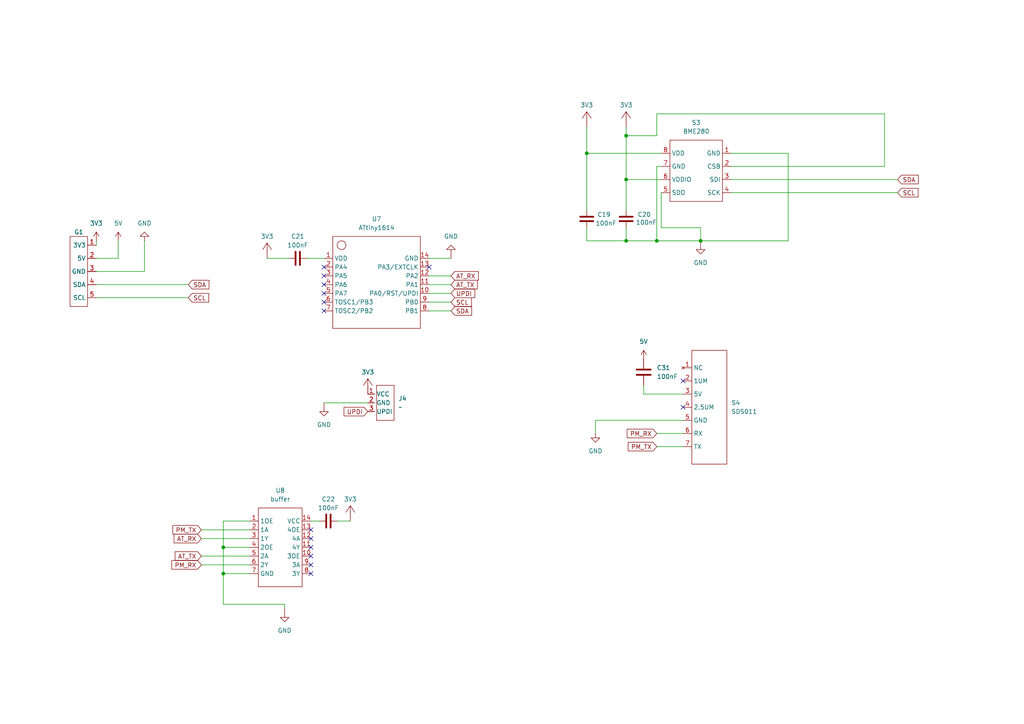
<source format=kicad_sch>
(kicad_sch (version 20250114) (generator "eeschema") (generator_version "9.0")
  (paper "A4")
  (lib_symbols
    (symbol "Device:C" (pin_numbers (hide yes)) (pin_names (offset 0.254))
      (property "Reference" "C" (at 0.635 2.54 0))
      (property "Value" "C" (at 0.635 -2.54 0))
      (symbol "C_0_1"
        (polyline (pts (xy -2.032 0.762) (xy 2.032 0.762)) (stroke (width 0.508)))
        (polyline (pts (xy -2.032 -0.762) (xy 2.032 -0.762)) (stroke (width 0.508)))
      )
      (symbol "C_1_1"
        (pin passive line (at 0 3.81 270) (length 2.794) (name "~") (number "1"))
        (pin passive line (at 0 -3.81 90) (length 2.794) (name "~") (number "2"))
      )
    )
    (symbol "air_sens_lib:ATtiny1614"
      (property "Reference" "U" (at 0 0 0))
      (symbol "ATtiny1614_0_1"
        (rectangle (start -13.97 31.75) (end 11.43 5.08))
        (circle (center -11.43 29.21) (radius 1.27))
      )
      (symbol "ATtiny1614_1_1"
        (pin power_in line (at -16.51 25.4 0) (length 2.54) (name "VDD") (number "1"))
        (pin bidirectional line (at -16.51 22.86 0) (length 2.54) (name "PA4") (number "2"))
        (pin bidirectional line (at -16.51 20.32 0) (length 2.54) (name "PA5") (number "3"))
        (pin bidirectional line (at -16.51 17.78 0) (length 2.54) (name "PA6") (number "4"))
        (pin bidirectional line (at -16.51 15.24 0) (length 2.54) (name "PA7") (number "5"))
        (pin bidirectional line (at -16.51 12.7 0) (length 2.54) (name "TOSC1/PB3") (number "6"))
        (pin bidirectional line (at -16.51 10.16 0) (length 2.54) (name "TOSC2/PB2") (number "7"))
        (pin power_in line (at 13.97 25.4 180) (length 2.54) (name "GND") (number "14"))
        (pin bidirectional line (at 13.97 22.86 180) (length 2.54) (name "PA3/EXTCLK") (number "13"))
        (pin bidirectional line (at 13.97 20.32 180) (length 2.54) (name "PA2") (number "12"))
        (pin bidirectional line (at 13.97 17.78 180) (length 2.54) (name "PA1") (number "11"))
        (pin bidirectional line (at 13.97 15.24 180) (length 2.54) (name "PA0/RST/UPDI") (number "10"))
        (pin bidirectional line (at 13.97 12.7 180) (length 2.54) (name "PB0") (number "9"))
        (pin bidirectional line (at 13.97 10.16 180) (length 2.54) (name "PB1") (number "8"))
      )
    )
    (symbol "air_sens_lib:ATtiny1614_programming_header"
      (property "Reference" "J" (at 0 0 0))
      (symbol "ATtiny1614_programming_header_0_1"
        (rectangle (start 0 16.51) (end 5.08 6.35))
      )
      (symbol "ATtiny1614_programming_header_1_1"
        (pin power_in line (at -2.54 13.97 0) (length 2) (name "VCC") (number "1"))
        (pin power_in line (at -2.54 11.43 0) (length 2) (name "GND") (number "2"))
        (pin bidirectional line (at -2.54 8.89 0) (length 2) (name "UPDI") (number "3"))
      )
    )
    (symbol "air_sens_lib:BME280"
      (property "Reference" "S" (at 0 0 0))
      (symbol "BME280_0_1"
        (rectangle (start -7.62 20.32) (end 7.62 2.54))
      )
      (symbol "BME280_1_1"
        (pin power_in line (at -10.16 16.51 0) (length 2.54) (name "VDD") (number "8"))
        (pin power_in line (at -10.16 12.7 0) (length 2.54) (name "GND") (number "7"))
        (pin power_in line (at -10.16 8.89 0) (length 2.54) (name "VDDIO") (number "6"))
        (pin bidirectional line (at -10.16 5.08 0) (length 2.54) (name "SDO") (number "5"))
        (pin power_in line (at 10.16 16.51 180) (length 2.54) (name "GND") (number "1"))
        (pin input line (at 10.16 12.7 180) (length 2.54) (name "CSB") (number "2"))
        (pin bidirectional line (at 10.16 8.89 180) (length 2.54) (name "SDI") (number "3"))
        (pin input line (at 10.16 5.08 180) (length 2.54) (name "SCK") (number "4"))
      )
    )
    (symbol "air_sens_lib:SDS011"
      (property "Reference" "S" (at 0 0 0))
      (symbol "SDS011_0_1"
        (rectangle (start -10.16 13.97) (end 22.86 24.13))
      )
      (symbol "SDS011_1_1"
        (pin no_connect line (at -5.08 11.43 90) (length 2.54) (name "NC") (number "1"))
        (pin output line (at -1.27 11.43 90) (length 2.54) (name "1UM") (number "2"))
        (pin power_in line (at 2.54 11.43 90) (length 2.54) (name "5V") (number "3"))
        (pin output line (at 6.35 11.43 90) (length 2.54) (name "2.5UM") (number "4"))
        (pin power_in line (at 10.16 11.43 90) (length 2.54) (name "GND") (number "5"))
        (pin input line (at 13.97 11.43 90) (length 2.54) (name "RX") (number "6"))
        (pin output line (at 17.78 11.43 90) (length 2.54) (name "TX") (number "7"))
      )
    )
    (symbol "air_sens_lib:SN74LVC125"
      (property "Reference" "U" (at 2.286 0 0))
      (symbol "SN74LVC125_0_1"
        (rectangle (start -3.81 25.4) (end 8.89 2.54))
      )
      (symbol "SN74LVC125_1_1"
        (pin input line (at -6.35 21.59 0) (length 2.54) (name "1OE") (number "1"))
        (pin input line (at -6.35 19.05 0) (length 2.54) (name "1A") (number "2"))
        (pin output line (at -6.35 16.51 0) (length 2.54) (name "1Y") (number "3"))
        (pin input line (at -6.35 13.97 0) (length 2.54) (name "2OE") (number "4"))
        (pin input line (at -6.35 11.43 0) (length 2.54) (name "2A") (number "5"))
        (pin output line (at -6.35 8.89 0) (length 2.54) (name "2Y") (number "6"))
        (pin power_in line (at -6.35 6.35 0) (length 2.54) (name "GND") (number "7"))
        (pin power_in line (at 11.43 21.59 180) (length 2.54) (name "VCC") (number "14"))
        (pin input line (at 11.43 19.05 180) (length 2.54) (name "4OE") (number "13"))
        (pin input line (at 11.43 16.51 180) (length 2.54) (name "4A") (number "12"))
        (pin output line (at 11.43 13.97 180) (length 2.54) (name "4Y") (number "11"))
        (pin input line (at 11.43 11.43 180) (length 2.54) (name "3OE") (number "10"))
        (pin input line (at 11.43 8.89 180) (length 2.54) (name "3A") (number "9"))
        (pin output line (at 11.43 6.35 180) (length 2.54) (name "3Y") (number "8"))
      )
    )
    (symbol "air_sens_lib:module_gpio"
      (property "Reference" "G" (at 5.842 3.048 0))
      (symbol "module_gpio_0_1"
        (rectangle (start 7.62 26.67) (end 2.54 6.35))
      )
      (symbol "module_gpio_1_1"
        (pin power_in line (at 10.16 24.13 180) (length 2.54) (name "3V3") (number "1"))
        (pin power_in line (at 10.16 20.32 180) (length 2.54) (name "5V") (number "2"))
        (pin power_in line (at 10.16 16.51 180) (length 2.54) (name "GND") (number "3"))
        (pin bidirectional line (at 10.16 12.7 180) (length 2.54) (name "SDA") (number "4"))
        (pin bidirectional line (at 10.16 8.89 180) (length 2.54) (name "SCL") (number "5"))
      )
    )
    (symbol "common:Capacitor" (pin_numbers (hide yes))
      (property "Reference" "C" (at 0 3.5 0))
      (property "Value" "F" (at 0 -4 0))
      (symbol "Capacitor_1_1"
        (polyline (pts (xy -0.635 1.905) (xy -0.635 -1.905)) (stroke (width 0.5)))
        (polyline (pts (xy 0.635 1.905) (xy 0.635 -1.905)) (stroke (width 0.5)))
        (pin passive line (at -2.54 0 0) (length 1.9) (name "~") (number "1"))
        (pin passive line (at 2.54 0 180) (length 1.9) (name "~") (number "2"))
      )
    )
    (symbol "power:+3.3V" (power) (pin_numbers (hide yes)) (pin_names (offset 0) (hide yes))
      (property "Value" "+3.3V" (at 0 3.556 0))
      (symbol "+3.3V_0_1"
        (polyline (pts (xy -0.762 1.27) (xy 0 2.54)))
        (polyline (pts (xy 0 2.54) (xy 0.762 1.27)))
        (polyline (pts (xy 0 0) (xy 0 2.54)))
      )
      (symbol "+3.3V_1_1"
        (pin power_in line (at 0 0 90) (length 0) (name "~") (number "1"))
      )
    )
    (symbol "power:+5V" (power) (pin_numbers (hide yes)) (pin_names (offset 0) (hide yes))
      (property "Value" "+5V" (at 0 3.556 0))
      (symbol "+5V_0_1"
        (polyline (pts (xy -0.762 1.27) (xy 0 2.54)))
        (polyline (pts (xy 0 2.54) (xy 0.762 1.27)))
        (polyline (pts (xy 0 0) (xy 0 2.54)))
      )
      (symbol "+5V_1_1"
        (pin power_in line (at 0 0 90) (length 0) (name "~") (number "1"))
      )
    )
    (symbol "power:GND" (power) (pin_numbers (hide yes)) (pin_names (offset 0) (hide yes))
      (property "Value" "GND" (at 0 -3.81 0))
      (symbol "GND_0_1"
        (polyline (pts (xy 0 0) (xy 0 -1.27) (xy 1.27 -1.27) (xy 0 -2.54) (xy -1.27 -1.27) (xy 0 -1.27)))
      )
      (symbol "GND_1_1"
        (pin power_in line (at 0 0 270) (length 0) (name "~") (number "1"))
      )
    )
    (symbol "pwr:GND" (power) (pin_numbers (hide yes)) (in_bom no) (on_board no)
      (property "Value" "GND" (at 0 -2.5 0))
      (symbol "GND_0_1"
        (polyline (pts (xy 0 0) (xy 1.27 0) (xy 0 -1.27) (xy -1.27 0) (xy 0 0)))
      )
      (symbol "GND_1_1"
        (pin power_in line (at 0 2.54 270) (length 2.54) (name "~") (number "1"))
      )
    )
    (symbol "pwr:VCC" (power) (pin_numbers (hide yes)) (in_bom no) (on_board no)
      (property "Value" "VCC" (at 0 3 0))
      (symbol "VCC_0_1"
        (polyline (pts (xy 0 1.905) (xy -1.27 0)))
        (polyline (pts (xy 0 1.905) (xy 1.27 0)))
        (polyline (pts (xy 0 0) (xy 0 1.905)))
      )
      (symbol "VCC_1_1"
        (pin power_in line (at 0 -2.54 90) (length 2.54) (name "~") (number "1"))
      )
    )
  )
  (junction (at 64.77 166.37))
  (junction (at 170.18 44.45))
  (junction (at 181.61 52.07))
  (junction (at 64.77 158.75))
  (junction (at 181.61 69.85))
  (junction (at 181.61 39.37))
  (junction (at 190.5 69.85))
  (junction (at 203.2 69.85))
  (no_connect (at 198.12 118.11))
  (no_connect (at 198.12 110.49))
  (no_connect (at 90.17 166.37))
  (no_connect (at 90.17 161.29))
  (no_connect (at 93.98 80.01))
  (no_connect (at 93.98 82.55))
  (no_connect (at 90.17 163.83))
  (no_connect (at 93.98 87.63))
  (no_connect (at 93.98 90.17))
  (no_connect (at 90.17 153.67))
  (no_connect (at 93.98 85.09))
  (no_connect (at 124.46 77.47))
  (no_connect (at 93.98 77.47))
  (no_connect (at 90.17 156.21))
  (no_connect (at 90.17 158.75))
  (wire (pts (xy 228.6 44.45) (xy 228.6 69.85)))
  (wire (pts (xy 191.77 44.45) (xy 170.18 44.45)))
  (wire (pts (xy 191.77 48.26) (xy 190.5 48.26)))
  (wire (pts (xy 27.94 74.93) (xy 34.29 74.93)))
  (wire (pts (xy 190.5 69.85) (xy 203.2 69.85)))
  (wire (pts (xy 212.09 48.26) (xy 256.54 48.26)))
  (wire (pts (xy 181.61 52.07) (xy 181.61 60.96)))
  (wire (pts (xy 256.54 33.02) (xy 190.5 33.02)))
  (wire (pts (xy 64.77 175.26) (xy 82.55 175.26)))
  (wire (pts (xy 181.61 66.04) (xy 181.61 69.85)))
  (wire (pts (xy 212.09 52.07) (xy 260.35 52.07)))
  (wire (pts (xy 64.77 151.13) (xy 64.77 158.75)))
  (wire (pts (xy 64.77 158.75) (xy 72.39 158.75)))
  (wire (pts (xy 212.09 44.45) (xy 228.6 44.45)))
  (wire (pts (xy 181.61 39.37) (xy 181.61 52.07)))
  (wire (pts (xy 190.5 39.37) (xy 181.61 39.37)))
  (wire (pts (xy 190.5 33.02) (xy 190.5 39.37)))
  (wire (pts (xy 58.42 156.21) (xy 72.39 156.21)))
  (wire (pts (xy 82.55 175.26) (xy 82.55 176.53)))
  (wire (pts (xy 93.98 116.84) (xy 106.68 116.84)))
  (wire (pts (xy 190.5 48.26) (xy 190.5 69.85)))
  (wire (pts (xy 27.94 86.36) (xy 54.61 86.36)))
  (wire (pts (xy 72.39 151.13) (xy 64.77 151.13)))
  (wire (pts (xy 181.61 52.07) (xy 191.77 52.07)))
  (wire (pts (xy 186.69 111.76) (xy 186.69 114.3)))
  (wire (pts (xy 228.6 69.85) (xy 203.2 69.85)))
  (wire (pts (xy 27.94 82.55) (xy 54.61 82.55)))
  (wire (pts (xy 181.61 69.85) (xy 190.5 69.85)))
  (wire (pts (xy 124.46 80.01) (xy 130.81 80.01)))
  (wire (pts (xy 124.46 87.63) (xy 130.81 87.63)))
  (wire (pts (xy 97.79 151.13) (xy 101.6 151.13)))
  (wire (pts (xy 41.91 78.74) (xy 41.91 69.85)))
  (wire (pts (xy 170.18 44.45) (xy 170.18 60.96)))
  (wire (pts (xy 124.46 90.17) (xy 130.81 90.17)))
  (wire (pts (xy 90.17 151.13) (xy 92.71 151.13)))
  (wire (pts (xy 27.94 69.85) (xy 27.94 71.12)))
  (wire (pts (xy 34.29 74.93) (xy 34.29 69.85)))
  (wire (pts (xy 186.69 114.3) (xy 198.12 114.3)))
  (wire (pts (xy 170.18 44.45) (xy 170.18 36.83)))
  (wire (pts (xy 58.42 153.67) (xy 72.39 153.67)))
  (wire (pts (xy 190.5 125.73) (xy 198.12 125.73)))
  (wire (pts (xy 191.77 55.88) (xy 191.77 66.04)))
  (wire (pts (xy 124.46 74.93) (xy 130.81 74.93)))
  (wire (pts (xy 198.12 121.92) (xy 172.72 121.92)))
  (wire (pts (xy 77.47 74.93) (xy 83.82 74.93)))
  (wire (pts (xy 203.2 66.04) (xy 203.2 69.85)))
  (wire (pts (xy 212.09 55.88) (xy 260.35 55.88)))
  (wire (pts (xy 58.42 163.83) (xy 72.39 163.83)))
  (wire (pts (xy 58.42 161.29) (xy 72.39 161.29)))
  (wire (pts (xy 27.94 78.74) (xy 41.91 78.74)))
  (wire (pts (xy 88.9 74.93) (xy 93.98 74.93)))
  (wire (pts (xy 170.18 66.04) (xy 170.18 69.85)))
  (wire (pts (xy 256.54 48.26) (xy 256.54 33.02)))
  (wire (pts (xy 64.77 166.37) (xy 72.39 166.37)))
  (wire (pts (xy 64.77 166.37) (xy 64.77 175.26)))
  (wire (pts (xy 190.5 129.54) (xy 198.12 129.54)))
  (wire (pts (xy 172.72 121.92) (xy 172.72 125.73)))
  (wire (pts (xy 64.77 158.75) (xy 64.77 166.37)))
  (wire (pts (xy 191.77 66.04) (xy 203.2 66.04)))
  (wire (pts (xy 181.61 36.83) (xy 181.61 39.37)))
  (wire (pts (xy 130.81 85.09) (xy 124.46 85.09)))
  (wire (pts (xy 170.18 69.85) (xy 181.61 69.85)))
  (wire (pts (xy 124.46 82.55) (xy 130.81 82.55)))
  (global_label "AT_RX" (shape input) (at 58.42 156.21 180) (property "Intersheetrefs" "${INTERSHEET_REFS}" (effects (hide yes))))
  (global_label "SDA" (shape input) (at 130.81 90.17 0) (property "Intersheetrefs" "${INTERSHEET_REFS}" (effects (hide yes))))
  (global_label "SCL" (shape input) (at 54.61 86.36 0) (property "Intersheetrefs" "${INTERSHEET_REFS}" (effects (hide yes))))
  (global_label "SCL" (shape input) (at 130.81 87.63 0) (property "Intersheetrefs" "${INTERSHEET_REFS}" (effects (hide yes))))
  (global_label "SDA" (shape input) (at 54.61 82.55 0) (property "Intersheetrefs" "${INTERSHEET_REFS}" (effects (hide yes))))
  (global_label "PM_TX" (shape input) (at 190.5 129.54 180) (property "Intersheetrefs" "${INTERSHEET_REFS}" (effects (hide yes))))
  (global_label "PM_TX" (shape input) (at 58.42 153.67 180) (property "Intersheetrefs" "${INTERSHEET_REFS}" (effects (hide yes))))
  (global_label "AT_TX" (shape input) (at 58.42 161.29 180) (property "Intersheetrefs" "${INTERSHEET_REFS}" (effects (hide yes))))
  (global_label "SCL" (shape input) (at 260.35 55.88 0) (property "Intersheetrefs" "${INTERSHEET_REFS}" (effects (hide yes))))
  (global_label "AT_TX" (shape input) (at 130.81 82.55 0) (property "Intersheetrefs" "${INTERSHEET_REFS}" (effects (hide yes))))
  (global_label "UPDI" (shape input) (at 130.81 85.09 0) (property "Intersheetrefs" "${INTERSHEET_REFS}" (effects (hide yes))))
  (global_label "SDA" (shape input) (at 260.35 52.07 0) (property "Intersheetrefs" "${INTERSHEET_REFS}" (effects (hide yes))))
  (global_label "AT_RX" (shape input) (at 130.81 80.01 0) (property "Intersheetrefs" "${INTERSHEET_REFS}" (effects (hide yes))))
  (global_label "PM_RX" (shape input) (at 58.42 163.83 180) (property "Intersheetrefs" "${INTERSHEET_REFS}" (effects (hide yes))))
  (global_label "UPDI" (shape input) (at 106.68 119.38 180) (property "Intersheetrefs" "${INTERSHEET_REFS}" (effects (hide yes))))
  (global_label "PM_RX" (shape input) (at 190.5 125.73 180) (property "Intersheetrefs" "${INTERSHEET_REFS}" (effects (hide yes))))
  (symbol (lib_id "air_sens_lib:ATtiny1614_programming_header") (at 109.22 128.27 0) (unit 1)
    (property "Reference" "J4" (at 115.57 115.5699 0) (effects (justify left)))
    (property "Value" "~" (at 115.57 118.1099 0) (effects (justify left)))
  )
  (symbol (lib_id "common:Capacitor") (at 181.61 63.5 90) (unit 1)
    (property "Reference" "C20" (at 184.912 62.23 90) (effects (justify right)))
    (property "Value" "100nF" (at 184.404 64.516 90) (effects (justify right)))
    (property "Description" "Unpolarized Capacitor" (effects (hide yes)))
  )
  (symbol (lib_id "pwr:VCC") (at 106.68 111.76 0) (unit 1) (in_bom no) (on_board no)
    (property "Reference" "#VCC010" (effects (hide yes)))
    (property "Value" "3V3" (at 106.68 107.95 0))
    (property "Description" "Voltage at the Common Collector" (effects (hide yes)))
  )
  (symbol (lib_id "common:Capacitor") (at 170.18 63.5 270) (unit 1)
    (property "Reference" "C19" (at 173.228 62.23 90) (effects (justify left)))
    (property "Value" "100nF" (at 172.72 64.77 90) (effects (justify left)))
    (property "Description" "Unpolarized Capacitor" (effects (hide yes)))
  )
  (symbol (lib_id "pwr:VCC") (at 181.61 34.29 0) (unit 1) (in_bom no) (on_board no)
    (property "Reference" "#VCC011" (effects (hide yes)))
    (property "Value" "3V3" (at 181.61 30.48 0))
    (property "Description" "Voltage at the Common Collector" (effects (hide yes)))
  )
  (symbol (lib_id "pwr:VCC") (at 101.6 148.59 0) (unit 1) (in_bom no) (on_board no)
    (property "Reference" "#VCC013" (effects (hide yes)))
    (property "Value" "3V3" (at 101.6 144.78 0))
    (property "Description" "Voltage at the Common Collector" (effects (hide yes)))
  )
  (symbol (lib_id "power:+5V") (at 34.29 69.85 0) (unit 1)
    (property "Reference" "#PWR035" (effects (hide yes)))
    (property "Value" "5V" (at 34.29 64.77 0))
    (property "Description" "Power symbol creates a global label with name \"+5V\"" (effects (hide yes)))
  )
  (symbol (lib_id "pwr:GND") (at 203.2 72.39 0) (unit 1) (in_bom no) (on_board no)
    (property "Reference" "#GND011" (effects (hide yes)))
    (property "Value" "GND" (at 203.2 76.2 0))
    (property "Description" "Ground" (effects (hide yes)))
  )
  (symbol (lib_id "power:GND") (at 41.91 69.85 0) (mirror x) (unit 1)
    (property "Reference" "#PWR036" (effects (hide yes)))
    (property "Value" "GND" (at 41.91 64.77 0))
    (property "Description" "Power symbol creates a global label with name \"GND\" , ground" (effects (hide yes)))
  )
  (symbol (lib_id "power:GND") (at 172.72 125.73 0) (unit 1)
    (property "Reference" "#PWR055" (effects (hide yes)))
    (property "Value" "GND" (at 172.72 130.81 0))
    (property "Description" "Power symbol creates a global label with name \"GND\" , ground" (effects (hide yes)))
  )
  (symbol (lib_id "common:Capacitor") (at 95.25 151.13 0) (unit 1)
    (property "Reference" "C22" (at 95.25 144.78 0))
    (property "Value" "100nF" (at 95.25 147.32 0))
    (property "Description" "Unpolarized Capacitor" (effects (hide yes)))
  )
  (symbol (lib_id "Device:C") (at 186.69 107.95 0) (unit 1)
    (property "Reference" "C31" (at 190.5 106.6799 0) (effects (justify left)))
    (property "Value" "100nF" (at 190.5 109.2199 0) (effects (justify left)))
    (property "Description" "Unpolarized capacitor" (effects (hide yes)))
  )
  (symbol (lib_id "air_sens_lib:SN74LVC125") (at 78.74 172.72 0) (unit 1)
    (property "Reference" "U8" (at 81.28 142.24 0))
    (property "Value" "buffer" (at 81.28 144.78 0))
  )
  (symbol (lib_id "pwr:VCC") (at 170.18 34.29 0) (unit 1) (in_bom no) (on_board no)
    (property "Reference" "#VCC012" (effects (hide yes)))
    (property "Value" "3V3" (at 170.18 30.48 0))
    (property "Description" "Voltage at the Common Collector" (effects (hide yes)))
  )
  (symbol (lib_id "pwr:GND") (at 93.98 119.38 0) (unit 1) (in_bom no) (on_board no)
    (property "Reference" "#GND09" (effects (hide yes)))
    (property "Value" "GND" (at 93.98 123.19 0))
    (property "Description" "Ground" (effects (hide yes)))
  )
  (symbol (lib_id "pwr:GND") (at 130.81 72.39 180) (unit 1) (in_bom no) (on_board no)
    (property "Reference" "#GND08" (effects (hide yes)))
    (property "Value" "GND" (at 130.81 68.58 0))
    (property "Description" "Ground" (effects (hide yes)))
  )
  (symbol (lib_id "pwr:VCC") (at 77.47 72.39 0) (unit 1) (in_bom no) (on_board no)
    (property "Reference" "#VCC09" (effects (hide yes)))
    (property "Value" "3V3" (at 77.47 68.58 0))
    (property "Description" "Voltage at the Common Collector" (effects (hide yes)))
  )
  (symbol (lib_id "air_sens_lib:BME280") (at 201.93 60.96 0) (unit 1)
    (property "Reference" "S3" (at 201.93 35.56 0))
    (property "Value" "BME280" (at 201.93 38.1 0))
  )
  (symbol (lib_id "pwr:GND") (at 82.55 179.07 0) (unit 1) (in_bom no) (on_board no)
    (property "Reference" "#GND010" (effects (hide yes)))
    (property "Value" "GND" (at 82.55 182.88 0))
    (property "Description" "Ground" (effects (hide yes)))
  )
  (symbol (lib_id "power:+3.3V") (at 27.94 69.85 0) (unit 1)
    (property "Reference" "#PWR034" (effects (hide yes)))
    (property "Value" "3V3" (at 27.94 64.77 0))
    (property "Description" "Power symbol creates a global label with name \"+3.3V\"" (effects (hide yes)))
  )
  (symbol (lib_id "air_sens_lib:ATtiny1614") (at 110.49 100.33 0) (unit 1)
    (property "Reference" "U7" (at 109.22 63.5 0))
    (property "Value" "ATtiny1614" (at 109.22 66.04 0))
  )
  (symbol (lib_id "common:Capacitor") (at 86.36 74.93 0) (unit 1)
    (property "Reference" "C21" (at 86.36 68.58 0))
    (property "Value" "100nF" (at 86.36 71.12 0))
    (property "Description" "Unpolarized Capacitor" (effects (hide yes)))
  )
  (symbol (lib_id "air_sens_lib:module_gpio") (at 17.78 95.25 0) (unit 1)
    (property "Reference" "G1" (at 22.86 67.31 0))
  )
  (symbol (lib_id "air_sens_lib:SDS011") (at 186.69 111.76 270) (unit 1)
    (property "Reference" "S4" (at 212.09 116.8399 90) (effects (justify left)))
    (property "Value" "SDS011" (at 212.09 119.3799 90) (effects (justify left)))
  )
  (symbol (lib_id "power:+5V") (at 186.69 104.14 0) (unit 1)
    (property "Reference" "#PWR054" (effects (hide yes)))
    (property "Value" "5V" (at 186.69 99.06 0))
    (property "Description" "Power symbol creates a global label with name \"+5V\"" (effects (hide yes)))
  )
)
</source>
